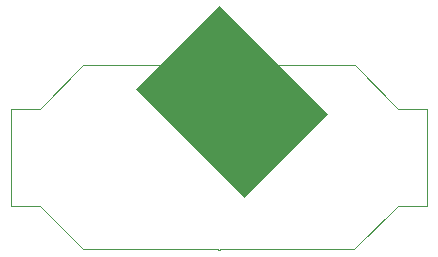
<source format=gko>
%FSTAX44Y44*%
%MOMM*%
%SFA1B1*%

%IPPOS*%
%AMD46*
4,1,4,8.130540,-1.061720,-1.061720,8.130540,-8.130540,1.061720,1.061720,-8.130540,8.130540,-1.061720,0.0*
%
%ADD45C,0.100000*%
G04~CAMADD=46~9~0.0~0.0~5118.1~3937.0~0.0~0.0~0~0.0~0.0~0.0~0.0~0~0.0~0.0~0.0~0.0~0~0.0~0.0~0.0~315.0~6402.0~6401.0*
%ADD46D46*%
%LNpcb1-1*%
%LPD*%
G54D45*
X00932054Y00446768D02*
D01*
X00932089Y00446761*
X00932124Y00446756*
X00932159Y00446753*
X0093218Y00446752*
X00931425Y00447256D02*
D01*
X00931427Y00447221*
X0093143Y00447186*
X00931436Y00447152*
X00931445Y00447117*
X00931456Y00447084*
X00931469Y00447051*
X00931484Y0044702*
X00931502Y00446989*
X00931522Y0044696*
X00931543Y00446932*
X00931567Y00446906*
X00931592Y00446882*
X00931619Y00446859*
X00931648Y00446839*
X00931677Y0044682*
X00931708Y00446803*
X00931741Y00446789*
X00931774Y00446777*
X00931807Y00446767*
X00931842Y0044676*
X00931877Y00446755*
X00931912Y00446753*
X00931947*
X00931982Y00446755*
X00932017Y0044676*
X00932051Y00446767*
X00932054Y00446768*
Y0052859D02*
D01*
X0093202Y00528598*
X00931985Y00528603*
X0093195Y00528606*
X00931915Y00528606*
X0093188Y00528604*
X00931845Y00528599*
X00931811Y00528592*
X00931777Y00528582*
X00931744Y00528571*
X00931711Y00528556*
X0093168Y0052854*
X0093165Y00528522*
X00931622Y00528501*
X00931595Y00528479*
X00931569Y00528455*
X00931546Y00528429*
X00931524Y00528401*
X00931504Y00528372*
X00931486Y00528342*
X00931471Y0052831*
X00931457Y00528278*
X00931446Y00528244*
X00931437Y0052821*
X00931431Y00528176*
X00931427Y00528141*
X00931426Y00528106*
X00931425Y00528102*
X0093218Y00528606D02*
D01*
X00932144Y00528605*
X00932109Y00528601*
X00932075Y00528595*
X00932054Y0052859*
X0099314Y00565653D02*
D01*
X00993104Y00565652*
X00993069Y00565648*
X00993035Y00565642*
X00993001Y00565634*
X00992967Y00565623*
X00992934Y0056561*
X00992903Y00565594*
X00992872Y00565577*
X00992843Y00565557*
X00992815Y00565536*
X00992789Y00565512*
X0099278Y00565502*
X01108609Y00565653D02*
D01*
X01108571Y00565734*
X01108528Y00565811*
X01108479Y00565886*
X01108425Y00565956*
X01108366Y00566023*
X01108303Y00566086*
X01108236Y00566144*
X01108164Y00566197*
X0110809Y00566245*
X01108012Y00566287*
X01107931Y00566325*
X01107848Y00566356*
X01107763Y00566382*
X01107676Y00566401*
X01107588Y00566415*
X01107499Y00566422*
X0110741Y00566423*
X01107322Y00566418*
X01107234Y00566407*
X01107146Y00566389*
X01107061Y00566366*
X01106976Y00566336*
X01106895Y00566301*
X01106816Y0056626*
X0110674Y00566214*
X01106667Y00566163*
X01106599Y00566106*
X01106534Y00566045*
X01106474Y0056598*
X01106418Y00565911*
X01106367Y00565838*
X01106322Y00565761*
X01106282Y00565682*
X01106269Y00565653*
X01222348Y00565502D02*
D01*
X01222323Y00565526*
X01222296Y00565549*
X01222267Y00565569*
X01222237Y00565588*
X01222206Y00565604*
X01222174Y00565618*
X01222141Y0056563*
X01222107Y00565639*
X01222072Y00565646*
X01222037Y00565651*
X01222002Y00565653*
X01221989Y00565653*
X01282824Y0052859D02*
D01*
X0128279Y00528598*
X01282755Y00528603*
X0128272Y00528606*
X012827Y00528606*
X01283453Y00528102D02*
D01*
X01283452Y00528138*
X01283449Y00528172*
X01283442Y00528207*
X01283434Y00528241*
X01283423Y00528275*
X0128341Y00528307*
X01283394Y00528339*
X01283377Y0052837*
X01283357Y00528398*
X01283336Y00528426*
X01283312Y00528453*
X01283286Y00528477*
X0128326Y005285*
X01283231Y0052852*
X01283201Y00528539*
X0128317Y00528555*
X01283138Y0052857*
X01283105Y00528582*
X01283071Y00528591*
X01283037Y00528599*
X01283002Y00528604*
X01282967Y00528606*
X01282932*
X01282897Y00528604*
X01282862Y00528599*
X01282828Y00528591*
X01282824Y0052859*
Y00446768D02*
D01*
X01282859Y00446761*
X01282894Y00446756*
X01282929Y00446753*
X01282964Y00446753*
X01282999Y00446755*
X01283034Y0044676*
X01283068Y00446767*
X01283102Y00446776*
X01283135Y00446788*
X01283167Y00446802*
X01283198Y00446819*
X01283228Y00446837*
X01283257Y00446857*
X01283284Y0044688*
X0128331Y00446904*
X01283333Y0044693*
X01283355Y00446958*
X01283375Y00446987*
X01283393Y00447017*
X01283408Y00447049*
X01283422Y00447081*
X01283433Y00447114*
X01283441Y00447148*
X01283448Y00447183*
X01283452Y00447218*
X01283453Y00447253*
X01283453Y00447256*
X012827Y00446752D02*
D01*
X01282735Y00446753*
X0128277Y00446757*
X01282804Y00446763*
X01282824Y00446768*
X0122174Y00409705D02*
D01*
X01221775Y00409707*
X0122181Y0040971*
X01221844Y00409716*
X01221878Y00409725*
X01221912Y00409736*
X01221944Y00409749*
X01221976Y00409764*
X01222006Y00409782*
X01222036Y00409802*
X01222063Y00409823*
X0122209Y00409847*
X01222098Y00409856*
X01106269Y00409705D02*
D01*
X01106307Y00409625*
X01106351Y00409547*
X011064Y00409473*
X01106454Y00409402*
X01106512Y00409335*
X01106576Y00409273*
X01106643Y00409215*
X01106714Y00409162*
X01106789Y00409114*
X01106867Y00409071*
X01106948Y00409034*
X01107031Y00409003*
X01107116Y00408977*
X01107203Y00408958*
X01107291Y00408944*
X0110738Y00408937*
X01107468Y00408936*
X01107557Y00408941*
X01107645Y00408952*
X01107733Y0040897*
X01107818Y00408993*
X01107902Y00409023*
X01107984Y00409058*
X01108063Y00409099*
X01108139Y00409145*
X01108211Y00409196*
X0110828Y00409252*
X01108345Y00409313*
X01108405Y00409379*
X01108461Y00409448*
X01108511Y00409521*
X01108557Y00409598*
X01108597Y00409677*
X01108609Y00409705*
X0099253Y00409856D02*
D01*
X00992556Y00409832*
X00992583Y0040981*
X00992612Y00409789*
X00992642Y00409771*
X00992673Y00409755*
X00992705Y00409741*
X00992738Y00409729*
X00992772Y0040972*
X00992807Y00409713*
X00992841Y00409708*
X00992876Y00409706*
X00992889Y00409705*
X00931425Y00447256D02*
Y00528102D01*
X0093218Y00528606D02*
X00955883D01*
X00992783Y00565505*
X0099278Y00565502D02*
X00992783Y00565505D01*
X0099314Y00565653D02*
X01106269D01*
X01108609D02*
X01221989D01*
X01222345Y00565505D02*
X01222348Y00565502D01*
X01222345Y00565505D02*
X01259245Y00528606D01*
X012827*
X01283453Y00447256D02*
Y00528102D01*
X01258995Y00446752D02*
X012827D01*
X01222095Y00409853D02*
X01258995Y00446752D01*
X01222095Y00409853D02*
X01222098Y00409856D01*
X01108609Y00409705D02*
X0122174D01*
X00992889D02*
X01106269D01*
X0099253Y00409856D02*
X00992533Y00409853D01*
X00955633Y00446752D02*
X00992533Y00409853D01*
X0093218Y00446752D02*
X00955633D01*
G54D46*
X011182Y00534788D03*
D03*
M02*
</source>
